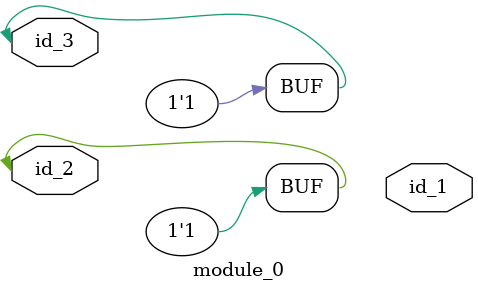
<source format=v>
`define pp_3 0
module module_0 (
    id_1,
    id_2,
    id_3
);
  inout id_3;
  inout id_2;
  output id_1;
  assign id_2 = 1;
  assign id_3 = 1;
  assign id_2 = id_2;
endmodule

</source>
